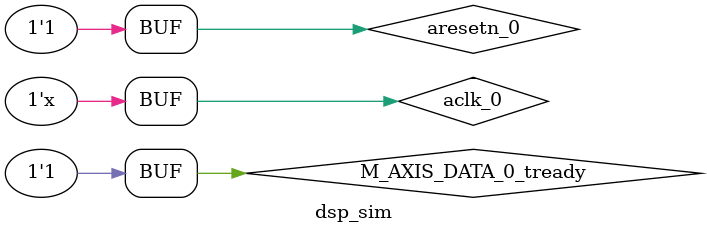
<source format=v>
`timescale 1ns / 1ps


module dsp_sim();

  wire [31:0]M_AXIS_DATA_0_tdata;
  wire M_AXIS_DATA_0_tlast;
  reg M_AXIS_DATA_0_tready;
  wire M_AXIS_DATA_0_tvalid;
  
  reg [15:0]S_AXIS_DATA_0_tdata;
  reg S_AXIS_DATA_0_tlast;
  wire S_AXIS_DATA_0_tready;
  reg S_AXIS_DATA_0_tvalid;
  
  reg [7:0] ctr;
  
  reg aclk_0;
  reg aresetn_0;

initial begin
aclk_0 = 1'b0;
aresetn_0 = 1'b1;
ctr = 8'd0;

M_AXIS_DATA_0_tready = 1'b1;

S_AXIS_DATA_0_tdata = 16'd0;
S_AXIS_DATA_0_tlast = 1'b0;
S_AXIS_DATA_0_tvalid = 1'b1;

end

always #10 aclk_0 = ~aclk_0;

always @(posedge aclk_0) begin

     if (ctr <= 8'd31)
        S_AXIS_DATA_0_tdata = ctr;
    else
      S_AXIS_DATA_0_tdata = 16'd0;
      
    
    if (S_AXIS_DATA_0_tready) begin
        ctr = ctr + 8'd1;
        S_AXIS_DATA_0_tvalid = 1'b1;
    end
          
    if (ctr == 8'd40 || ctr == 8'd39) begin
        S_AXIS_DATA_0_tlast = 1'b1;
    end else begin
        S_AXIS_DATA_0_tlast = 1'b0;
    end
    
    if (ctr == 8'd40)
        ctr = 8'd0;
    
        
end
  simul_test simul_test_1
       (.M_AXIS_DATA_0_tdata(M_AXIS_DATA_0_tdata),
        .M_AXIS_DATA_0_tlast(M_AXIS_DATA_0_tlast),
        .M_AXIS_DATA_0_tready(M_AXIS_DATA_0_tready),
        .M_AXIS_DATA_0_tvalid(M_AXIS_DATA_0_tvalid),
        .S_AXIS_DATA_0_tdata(S_AXIS_DATA_0_tdata),
        .S_AXIS_DATA_0_tlast(S_AXIS_DATA_0_tlast),
        .S_AXIS_DATA_0_tready(S_AXIS_DATA_0_tready),
        .S_AXIS_DATA_0_tvalid(S_AXIS_DATA_0_tvalid),
        .aclk_0(aclk_0),
        .aresetn_0(aresetn_0));
endmodule

</source>
